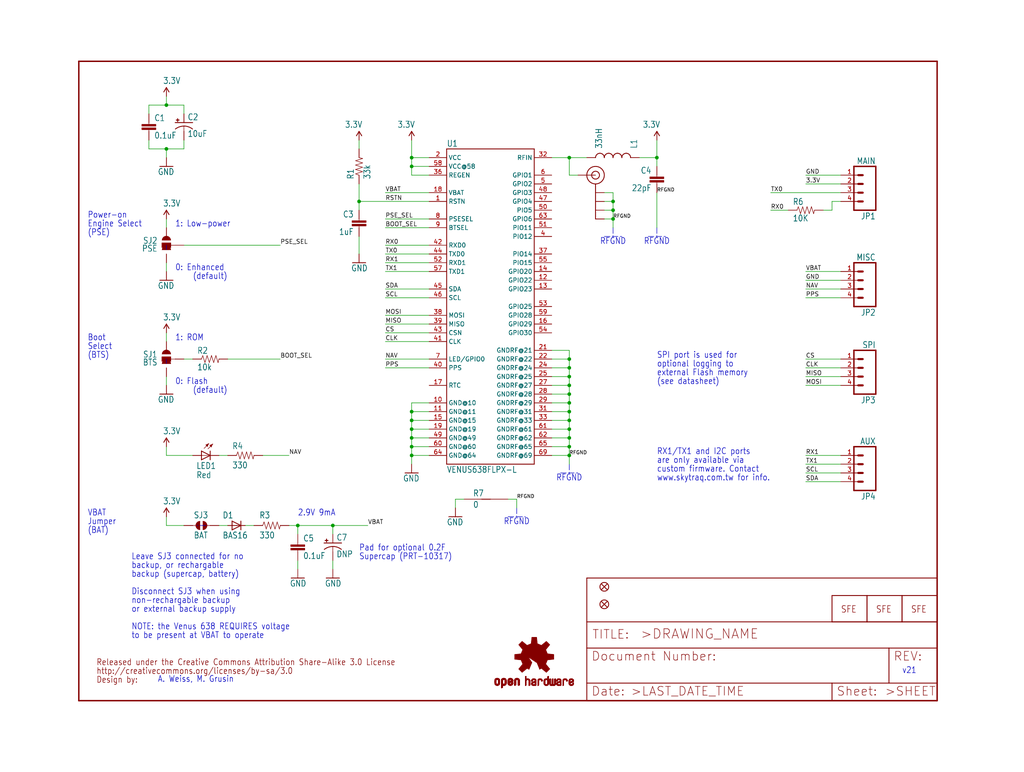
<source format=kicad_sch>
(kicad_sch (version 20211123) (generator eeschema)
  (paper "User" 297.002 223.926)
  (lib_symbols
    (symbol "eagleSchem-eagle-import:3.3V" (power)
      (property "Value" "3.3V" (at -1.016 3.556 0))
      (symbol "3.3V_1_0"
        (pin power_in line (at 0 0 90) (length 2.54) (name "3.3V") (number "1"))
      )
    )
    (symbol "eagleSchem-eagle-import:CAP0402-CAP"
      (property "Reference" "C" (at 1.524 2.921 0))
      (property "Value" "CAP0402-CAP" (at 1.524 -2.159 0))
      (symbol "CAP0402-CAP_1_0"
        (pin passive line (at 0 5.08 270) (length 2.54) (name "1") (number "1"))
        (pin passive line (at 0 -2.54 90) (length 2.54) (name "2") (number "2"))
      )
    )
    (symbol "eagleSchem-eagle-import:CAP_POL1206"
      (property "Reference" "C" (at 1.016 0.635 0))
      (property "Value" "CAP_POL1206" (at 1.016 -4.191 0))
      (symbol "CAP_POL1206_1_0"
        (pin passive line (at 0 2.54 270) (length 2.54) (name "+") (number "A"))
        (pin passive line (at 0 -5.08 90) (length 2.54) (name "-") (number "C"))
      )
    )
    (symbol "eagleSchem-eagle-import:CAP_POLEN_J2"
      (property "Reference" "C" (at 1.016 0.635 0))
      (property "Value" "CAP_POLEN_J2" (at 1.016 -4.191 0))
      (symbol "CAP_POLEN_J2_1_0"
        (pin passive line (at 0 2.54 270) (length 2.54) (name "+") (number "+"))
        (pin passive line (at 0 -5.08 90) (length 2.54) (name "-") (number "-"))
      )
    )
    (symbol "eagleSchem-eagle-import:CREATIVE_COMMONS"
      (symbol "CREATIVE_COMMONS_1_0"
        (text "Design by:" (at 0 0 0) (effects (font (size 1.778 1.5113)) (justify left bottom)))
        (text "http://creativecommons.org/licenses/by-sa/3.0" (at 0 2.54 0) (effects (font (size 1.778 1.5113)) (justify left bottom)))
        (text "Released under the Creative Commons Attribution Share-Alike 3.0 License" (at 0 5.08 0) (effects (font (size 1.778 1.5113)) (justify left bottom)))
      )
    )
    (symbol "eagleSchem-eagle-import:DIODESOD"
      (property "Reference" "D" (at 2.54 0.4826 0))
      (property "Value" "DIODESOD" (at 2.54 -2.3114 0))
      (symbol "DIODESOD_1_0"
        (pin passive line (at 2.54 0 180) (length 2.54) (name "C") (number "1"))
        (pin passive line (at -2.54 0 0) (length 2.54) (name "A") (number "2"))
      )
    )
    (symbol "eagleSchem-eagle-import:FIDUCIALUFIDUCIAL")
    (symbol "eagleSchem-eagle-import:FRAME-LETTER"
      (symbol "FRAME-LETTER_2_0"
        (text ">DRAWING_NAME" (at 15.494 17.78 0) (effects (font (size 2.7432 2.7432)) (justify left bottom)))
        (text ">LAST_DATE_TIME" (at 12.7 1.27 0) (effects (font (size 2.54 2.54)) (justify left bottom)))
        (text ">SHEET" (at 86.36 1.27 0) (effects (font (size 2.54 2.54)) (justify left bottom)))
        (text "Date:" (at 1.27 1.27 0) (effects (font (size 2.54 2.54)) (justify left bottom)))
        (text "Document Number:" (at 1.27 11.43 0) (effects (font (size 2.54 2.54)) (justify left bottom)))
        (text "REV:" (at 88.9 11.43 0) (effects (font (size 2.54 2.54)) (justify left bottom)))
        (text "Sheet:" (at 72.39 1.27 0) (effects (font (size 2.54 2.54)) (justify left bottom)))
        (text "TITLE:" (at 1.524 17.78 0) (effects (font (size 2.54 2.54)) (justify left bottom)))
      )
    )
    (symbol "eagleSchem-eagle-import:GND" (power)
      (property "Value" "GND" (at -2.54 -2.54 0))
      (symbol "GND_1_0"
        (pin power_in line (at 0 2.54 270) (length 2.54) (name "GND") (number "1"))
      )
    )
    (symbol "eagleSchem-eagle-import:GND-JUMP"
      (property "Reference" "R" (at 0 0.762 0))
      (property "Value" "GND-JUMP" (at 0 -2.54 0))
      (symbol "GND-JUMP_1_0"
        (pin bidirectional line (at -2.54 0 0) (length 5.08) (name "1") (number "1"))
        (pin bidirectional line (at 10.16 0 180) (length 5.08) (name "2") (number "2"))
      )
    )
    (symbol "eagleSchem-eagle-import:INDUCTOR0402"
      (property "Reference" "L" (at 2.54 5.08 0))
      (property "Value" "INDUCTOR0402" (at 2.54 -5.08 0))
      (symbol "INDUCTOR0402_1_0"
        (pin passive line (at 0 7.62 270) (length 2.54) (name "1") (number "1"))
        (pin passive line (at 0 -7.62 90) (length 2.54) (name "2") (number "2"))
      )
    )
    (symbol "eagleSchem-eagle-import:LED0603"
      (property "Reference" "LED" (at 3.556 -4.572 90))
      (property "Value" "LED0603" (at 5.715 -4.572 90))
      (symbol "LED0603_1_0"
        (pin passive line (at 0 2.54 270) (length 2.54) (name "A") (number "A"))
        (pin passive line (at 0 -5.08 90) (length 2.54) (name "C") (number "C"))
      )
    )
    (symbol "eagleSchem-eagle-import:LOGO-SFENW2"
      (symbol "LOGO-SFENW2_1_0"
        (text "SFE" (at 0 0 0) (effects (font (size 1.9304 1.6408)) (justify left bottom)))
      )
    )
    (symbol "eagleSchem-eagle-import:LOGO-SFESK"
      (symbol "LOGO-SFESK_1_0"
        (text "SFE" (at 0 0 0) (effects (font (size 1.9304 1.6408)) (justify left bottom)))
      )
    )
    (symbol "eagleSchem-eagle-import:M04PTH"
      (property "Reference" "JP" (at -5.08 8.382 0))
      (property "Value" "M04PTH" (at -5.08 -7.62 0))
      (symbol "M04PTH_1_0"
        (pin passive line (at 5.08 -2.54 180) (length 5.08) (name "1") (number "1"))
        (pin passive line (at 5.08 0 180) (length 5.08) (name "2") (number "2"))
        (pin passive line (at 5.08 2.54 180) (length 5.08) (name "3") (number "3"))
        (pin passive line (at 5.08 5.08 180) (length 5.08) (name "4") (number "4"))
      )
    )
    (symbol "eagleSchem-eagle-import:OSHW-LOGOS")
    (symbol "eagleSchem-eagle-import:RESISTOR0402-RES"
      (property "Reference" "R" (at -3.81 1.4986 0))
      (property "Value" "RESISTOR0402-RES" (at -3.81 -3.302 0))
      (symbol "RESISTOR0402-RES_1_0"
        (pin passive line (at -5.08 0 0) (length 2.54) (name "1") (number "1"))
        (pin passive line (at 5.08 0 180) (length 2.54) (name "2") (number "2"))
      )
    )
    (symbol "eagleSchem-eagle-import:SMA_EDGE"
      (symbol "SMA_EDGE_1_0"
        (pin bidirectional line (at -2.54 -5.08 0) (length 2.54) (name "GND@0") (number "GND@0"))
        (pin bidirectional line (at -2.54 -7.62 0) (length 2.54) (name "GND@1") (number "GND@1"))
        (pin bidirectional line (at -2.54 -10.16 0) (length 2.54) (name "GND@2") (number "GND@2"))
        (pin bidirectional line (at -2.54 -12.7 0) (length 2.54) (name "GND@3") (number "GND@3"))
        (pin bidirectional line (at 5.08 0 180) (length 5.08) (name "SIGNAL") (number "SIG"))
      )
    )
    (symbol "eagleSchem-eagle-import:SOLDERJUMPERNC"
      (property "Reference" "SJ" (at -2.54 2.54 0))
      (property "Value" "SOLDERJUMPERNC" (at -2.54 -5.08 0))
      (symbol "SOLDERJUMPERNC_1_0"
        (pin passive line (at -5.08 0 0) (length 2.54) (name "1") (number "1"))
        (pin passive line (at 5.08 0 180) (length 2.54) (name "2") (number "2"))
      )
    )
    (symbol "eagleSchem-eagle-import:SOLDERJUMPER_2WAYPASTE2&3"
      (property "Reference" "SJ" (at 2.54 0.381 0))
      (property "Value" "SOLDERJUMPER_2WAYPASTE2&3" (at 2.54 -1.905 0))
      (symbol "SOLDERJUMPER_2WAYPASTE2&3_1_0"
        (pin passive line (at 0 5.08 270) (length 2.54) (name "1") (number "1"))
        (pin passive line (at -5.08 0 0) (length 2.54) (name "2") (number "2"))
        (pin passive line (at 0 -5.08 90) (length 2.54) (name "3") (number "3"))
      )
    )
    (symbol "eagleSchem-eagle-import:VENUS638FLPX-L"
      (property "Reference" "U" (at -12.7 25.4 0))
      (property "Value" "VENUS638FLPX-L" (at -12.7 -71.12 0))
      (symbol "VENUS638FLPX-L_1_0"
        (pin bidirectional line (at -17.78 7.62 0) (length 5.08) (name "RSTN") (number "1"))
        (pin bidirectional line (at -17.78 -50.8 0) (length 5.08) (name "GND@10") (number "10"))
        (pin bidirectional line (at -17.78 -53.34 0) (length 5.08) (name "GND@11") (number "11"))
        (pin bidirectional line (at 17.78 -15.24 180) (length 5.08) (name "GPIO22") (number "12"))
        (pin bidirectional line (at 17.78 -17.78 180) (length 5.08) (name "GPIO23") (number "13"))
        (pin bidirectional line (at 17.78 -12.7 180) (length 5.08) (name "GPIO20") (number "14"))
        (pin bidirectional line (at -17.78 -55.88 0) (length 5.08) (name "GND@15") (number "15"))
        (pin bidirectional line (at 17.78 -27.94 180) (length 5.08) (name "GPIO29") (number "16"))
        (pin bidirectional line (at -17.78 -45.72 0) (length 5.08) (name "RTC") (number "17"))
        (pin bidirectional line (at -17.78 10.16 0) (length 5.08) (name "VBAT") (number "18"))
        (pin bidirectional line (at -17.78 -58.42 0) (length 5.08) (name "GND@19") (number "19"))
        (pin bidirectional line (at -17.78 20.32 0) (length 5.08) (name "VCC") (number "2"))
        (pin bidirectional line (at 17.78 -35.56 180) (length 5.08) (name "GNDRF@21") (number "21"))
        (pin bidirectional line (at 17.78 -38.1 180) (length 5.08) (name "GNDRF@22") (number "22"))
        (pin bidirectional line (at 17.78 -40.64 180) (length 5.08) (name "GNDRF@24") (number "24"))
        (pin bidirectional line (at 17.78 -43.18 180) (length 5.08) (name "GNDRF@25") (number "25"))
        (pin bidirectional line (at 17.78 -45.72 180) (length 5.08) (name "GNDRF@27") (number "27"))
        (pin bidirectional line (at 17.78 -48.26 180) (length 5.08) (name "GNDRF@28") (number "28"))
        (pin bidirectional line (at 17.78 -50.8 180) (length 5.08) (name "GNDRF@29") (number "29"))
        (pin bidirectional line (at 17.78 -53.34 180) (length 5.08) (name "GNDRF@31") (number "31"))
        (pin bidirectional line (at 17.78 20.32 180) (length 5.08) (name "RFIN") (number "32"))
        (pin bidirectional line (at 17.78 -55.88 180) (length 5.08) (name "GNDRF@33") (number "33"))
        (pin bidirectional line (at -17.78 15.24 0) (length 5.08) (name "REGEN") (number "36"))
        (pin bidirectional line (at 17.78 -7.62 180) (length 5.08) (name "PIO14") (number "37"))
        (pin bidirectional line (at -17.78 -25.4 0) (length 5.08) (name "MOSI") (number "38"))
        (pin bidirectional line (at -17.78 -27.94 0) (length 5.08) (name "MISO") (number "39"))
        (pin bidirectional line (at 17.78 -2.54 180) (length 5.08) (name "PIO12") (number "4"))
        (pin bidirectional line (at -17.78 -40.64 0) (length 5.08) (name "PPS") (number "40"))
        (pin bidirectional line (at -17.78 -33.02 0) (length 5.08) (name "CLK") (number "41"))
        (pin bidirectional line (at -17.78 -5.08 0) (length 5.08) (name "RXD0") (number "42"))
        (pin bidirectional line (at -17.78 -30.48 0) (length 5.08) (name "CSN") (number "43"))
        (pin bidirectional line (at -17.78 -7.62 0) (length 5.08) (name "TXD0") (number "44"))
        (pin bidirectional line (at -17.78 -17.78 0) (length 5.08) (name "SDA") (number "45"))
        (pin bidirectional line (at -17.78 -20.32 0) (length 5.08) (name "SCL") (number "46"))
        (pin bidirectional line (at 17.78 7.62 180) (length 5.08) (name "GPIO4") (number "47"))
        (pin bidirectional line (at 17.78 10.16 180) (length 5.08) (name "GPIO3") (number "48"))
        (pin bidirectional line (at -17.78 -60.96 0) (length 5.08) (name "GND@49") (number "49"))
        (pin bidirectional line (at 17.78 12.7 180) (length 5.08) (name "GPIO2") (number "5"))
        (pin bidirectional line (at 17.78 5.08 180) (length 5.08) (name "PIO5") (number "50"))
        (pin bidirectional line (at 17.78 0 180) (length 5.08) (name "PIO11") (number "51"))
        (pin bidirectional line (at -17.78 -10.16 0) (length 5.08) (name "RXD1") (number "52"))
        (pin bidirectional line (at 17.78 -22.86 180) (length 5.08) (name "GPIO25") (number "53"))
        (pin bidirectional line (at 17.78 -30.48 180) (length 5.08) (name "GPIO30") (number "54"))
        (pin bidirectional line (at 17.78 -10.16 180) (length 5.08) (name "PIO15") (number "55"))
        (pin bidirectional line (at -17.78 -12.7 0) (length 5.08) (name "TXD1") (number "57"))
        (pin bidirectional line (at -17.78 17.78 0) (length 5.08) (name "VCC@58") (number "58"))
        (pin bidirectional line (at 17.78 -25.4 180) (length 5.08) (name "GPIO28") (number "59"))
        (pin bidirectional line (at 17.78 15.24 180) (length 5.08) (name "GPIO1") (number "6"))
        (pin bidirectional line (at -17.78 -63.5 0) (length 5.08) (name "GND@60") (number "60"))
        (pin bidirectional line (at 17.78 -58.42 180) (length 5.08) (name "GNDRF@61") (number "61"))
        (pin bidirectional line (at 17.78 -60.96 180) (length 5.08) (name "GNDRF@62") (number "62"))
        (pin bidirectional line (at 17.78 2.54 180) (length 5.08) (name "GPIO6") (number "63"))
        (pin bidirectional line (at -17.78 -66.04 0) (length 5.08) (name "GND@64") (number "64"))
        (pin bidirectional line (at 17.78 -63.5 180) (length 5.08) (name "GNDRF@65") (number "65"))
        (pin bidirectional line (at 17.78 -66.04 180) (length 5.08) (name "GNDRF@69") (number "69"))
        (pin bidirectional line (at -17.78 -38.1 0) (length 5.08) (name "LED/GPIO0") (number "7"))
        (pin bidirectional line (at -17.78 2.54 0) (length 5.08) (name "PSESEL") (number "8"))
        (pin bidirectional line (at -17.78 0 0) (length 5.08) (name "BTSEL") (number "9"))
      )
    )
  )
  (junction (at 165.1 119.38))
  (junction (at 165.1 132.08))
  (junction (at 119.38 119.38))
  (junction (at 165.1 116.84))
  (junction (at 165.1 124.46))
  (junction (at 165.1 106.68))
  (junction (at 165.1 111.76))
  (junction (at 119.38 48.26))
  (junction (at 165.1 121.92))
  (junction (at 119.38 121.92))
  (junction (at 119.38 129.54))
  (junction (at 48.26 43.18))
  (junction (at 165.1 45.72))
  (junction (at 165.1 127))
  (junction (at 177.8 60.96))
  (junction (at 48.26 30.48))
  (junction (at 165.1 109.22))
  (junction (at 177.8 63.5))
  (junction (at 177.8 58.42))
  (junction (at 119.38 124.46))
  (junction (at 96.52 152.4))
  (junction (at 86.36 152.4))
  (junction (at 165.1 114.3))
  (junction (at 104.14 58.42))
  (junction (at 119.38 45.72))
  (junction (at 165.1 129.54))
  (junction (at 119.38 127))
  (junction (at 190.5 45.72))
  (junction (at 165.1 104.14))
  (junction (at 119.38 132.08))
  (polyline (pts (xy 187.96 68.58) (xy 193.04 68.58)))
  (wire (pts (xy 119.38 45.72) (xy 119.38 40.64)))
  (wire (pts (xy 111.76 55.88) (xy 124.46 55.88)))
  (wire (pts (xy 53.34 104.14) (xy 55.88 104.14)))
  (wire (pts (xy 165.1 121.92) (xy 165.1 124.46)))
  (wire (pts (xy 83.82 152.4) (xy 86.36 152.4)))
  (wire (pts (xy 111.76 96.52) (xy 124.46 96.52)))
  (wire (pts (xy 170.18 45.72) (xy 165.1 45.72)))
  (wire (pts (xy 48.26 111.76) (xy 48.26 109.22)))
  (wire (pts (xy 223.52 55.88) (xy 243.84 55.88)))
  (wire (pts (xy 111.76 66.04) (xy 124.46 66.04)))
  (wire (pts (xy 66.04 104.14) (xy 81.28 104.14)))
  (wire (pts (xy 104.14 43.18) (xy 104.14 40.64)))
  (wire (pts (xy 66.04 152.4) (xy 63.5 152.4)))
  (wire (pts (xy 119.38 45.72) (xy 124.46 45.72)))
  (wire (pts (xy 124.46 116.84) (xy 119.38 116.84)))
  (wire (pts (xy 119.38 116.84) (xy 119.38 119.38)))
  (wire (pts (xy 228.6 60.96) (xy 223.52 60.96)))
  (wire (pts (xy 48.26 129.54) (xy 48.26 132.08)))
  (wire (pts (xy 119.38 50.8) (xy 119.38 48.26)))
  (wire (pts (xy 124.46 127) (xy 119.38 127)))
  (wire (pts (xy 177.8 58.42) (xy 177.8 60.96)))
  (wire (pts (xy 124.46 83.82) (xy 111.76 83.82)))
  (wire (pts (xy 124.46 121.92) (xy 119.38 121.92)))
  (wire (pts (xy 111.76 106.68) (xy 124.46 106.68)))
  (wire (pts (xy 63.5 132.08) (xy 66.04 132.08)))
  (wire (pts (xy 48.26 45.72) (xy 48.26 43.18)))
  (wire (pts (xy 241.3 60.96) (xy 238.76 60.96)))
  (wire (pts (xy 165.1 104.14) (xy 165.1 106.68)))
  (wire (pts (xy 160.02 114.3) (xy 165.1 114.3)))
  (wire (pts (xy 167.64 50.8) (xy 165.1 50.8)))
  (wire (pts (xy 53.34 30.48) (xy 53.34 33.02)))
  (wire (pts (xy 243.84 86.36) (xy 233.68 86.36)))
  (wire (pts (xy 111.76 91.44) (xy 124.46 91.44)))
  (wire (pts (xy 119.38 127) (xy 119.38 129.54)))
  (wire (pts (xy 165.1 132.08) (xy 165.1 134.62)))
  (wire (pts (xy 48.26 132.08) (xy 55.88 132.08)))
  (wire (pts (xy 160.02 121.92) (xy 165.1 121.92)))
  (wire (pts (xy 43.18 43.18) (xy 48.26 43.18)))
  (wire (pts (xy 48.26 76.2) (xy 48.26 78.74)))
  (wire (pts (xy 165.1 106.68) (xy 165.1 109.22)))
  (wire (pts (xy 241.3 58.42) (xy 241.3 60.96)))
  (wire (pts (xy 165.1 50.8) (xy 165.1 45.72)))
  (wire (pts (xy 243.84 53.34) (xy 233.68 53.34)))
  (wire (pts (xy 160.02 106.68) (xy 165.1 106.68)))
  (wire (pts (xy 165.1 114.3) (xy 165.1 116.84)))
  (wire (pts (xy 124.46 78.74) (xy 111.76 78.74)))
  (wire (pts (xy 48.26 66.04) (xy 48.26 63.5)))
  (wire (pts (xy 124.46 132.08) (xy 119.38 132.08)))
  (wire (pts (xy 48.26 30.48) (xy 53.34 30.48)))
  (wire (pts (xy 243.84 104.14) (xy 233.68 104.14)))
  (wire (pts (xy 86.36 162.56) (xy 86.36 165.1)))
  (wire (pts (xy 160.02 116.84) (xy 165.1 116.84)))
  (wire (pts (xy 96.52 162.56) (xy 96.52 165.1)))
  (wire (pts (xy 160.02 124.46) (xy 165.1 124.46)))
  (wire (pts (xy 243.84 139.7) (xy 233.68 139.7)))
  (wire (pts (xy 124.46 124.46) (xy 119.38 124.46)))
  (wire (pts (xy 160.02 132.08) (xy 165.1 132.08)))
  (wire (pts (xy 243.84 109.22) (xy 233.68 109.22)))
  (wire (pts (xy 111.76 99.06) (xy 124.46 99.06)))
  (wire (pts (xy 165.1 119.38) (xy 165.1 121.92)))
  (wire (pts (xy 124.46 119.38) (xy 119.38 119.38)))
  (wire (pts (xy 53.34 43.18) (xy 53.34 40.64)))
  (wire (pts (xy 73.66 152.4) (xy 71.12 152.4)))
  (wire (pts (xy 175.26 55.88) (xy 177.8 55.88)))
  (polyline (pts (xy 149.86 149.86) (xy 152.4 149.86)))
  (wire (pts (xy 48.26 27.94) (xy 48.26 30.48)))
  (wire (pts (xy 177.8 55.88) (xy 177.8 58.42)))
  (wire (pts (xy 124.46 129.54) (xy 119.38 129.54)))
  (wire (pts (xy 111.76 73.66) (xy 124.46 73.66)))
  (wire (pts (xy 190.5 55.88) (xy 190.5 66.04)))
  (wire (pts (xy 160.02 111.76) (xy 165.1 111.76)))
  (polyline (pts (xy 48.26 104.14) (xy 48.26 105.41)))
  (wire (pts (xy 104.14 68.58) (xy 104.14 73.66)))
  (wire (pts (xy 175.26 58.42) (xy 177.8 58.42)))
  (wire (pts (xy 165.1 109.22) (xy 160.02 109.22)))
  (wire (pts (xy 124.46 76.2) (xy 111.76 76.2)))
  (wire (pts (xy 165.1 45.72) (xy 160.02 45.72)))
  (wire (pts (xy 104.14 58.42) (xy 104.14 60.96)))
  (wire (pts (xy 165.1 124.46) (xy 165.1 127)))
  (wire (pts (xy 48.26 43.18) (xy 53.34 43.18)))
  (wire (pts (xy 132.08 147.32) (xy 132.08 144.78)))
  (wire (pts (xy 160.02 101.6) (xy 165.1 101.6)))
  (wire (pts (xy 190.5 40.64) (xy 190.5 45.72)))
  (polyline (pts (xy 162.56 137.16) (xy 167.64 137.16)))
  (wire (pts (xy 177.8 63.5) (xy 177.8 66.04)))
  (wire (pts (xy 48.26 99.06) (xy 48.26 96.52)))
  (wire (pts (xy 124.46 50.8) (xy 119.38 50.8)))
  (polyline (pts (xy 48.26 71.12) (xy 48.26 72.39)))
  (wire (pts (xy 147.32 144.78) (xy 149.86 144.78)))
  (wire (pts (xy 48.26 152.4) (xy 53.34 152.4)))
  (wire (pts (xy 243.84 78.74) (xy 233.68 78.74)))
  (wire (pts (xy 53.34 71.12) (xy 81.28 71.12)))
  (wire (pts (xy 243.84 58.42) (xy 241.3 58.42)))
  (wire (pts (xy 149.86 144.78) (xy 149.86 147.32)))
  (wire (pts (xy 104.14 58.42) (xy 104.14 53.34)))
  (polyline (pts (xy 165.1 134.62) (xy 165.1 137.16)))
  (wire (pts (xy 48.26 149.86) (xy 48.26 152.4)))
  (wire (pts (xy 119.38 129.54) (xy 119.38 132.08)))
  (wire (pts (xy 175.26 63.5) (xy 177.8 63.5)))
  (wire (pts (xy 96.52 152.4) (xy 106.68 152.4)))
  (polyline (pts (xy 59.69 152.4) (xy 57.15 152.4)))
  (wire (pts (xy 175.26 60.96) (xy 177.8 60.96)))
  (wire (pts (xy 124.46 86.36) (xy 111.76 86.36)))
  (wire (pts (xy 165.1 111.76) (xy 165.1 114.3)))
  (wire (pts (xy 243.84 106.68) (xy 233.68 106.68)))
  (wire (pts (xy 165.1 129.54) (xy 165.1 132.08)))
  (wire (pts (xy 243.84 111.76) (xy 233.68 111.76)))
  (wire (pts (xy 243.84 132.08) (xy 233.68 132.08)))
  (wire (pts (xy 119.38 132.08) (xy 119.38 134.62)))
  (wire (pts (xy 165.1 116.84) (xy 165.1 119.38)))
  (polyline (pts (xy 177.8 66.04) (xy 177.8 68.58)))
  (wire (pts (xy 165.1 127) (xy 165.1 129.54)))
  (wire (pts (xy 177.8 60.96) (xy 177.8 63.5)))
  (polyline (pts (xy 175.26 68.58) (xy 180.34 68.58)))
  (wire (pts (xy 43.18 33.02) (xy 43.18 30.48)))
  (wire (pts (xy 243.84 137.16) (xy 233.68 137.16)))
  (wire (pts (xy 160.02 127) (xy 165.1 127)))
  (wire (pts (xy 43.18 40.64) (xy 43.18 43.18)))
  (wire (pts (xy 124.46 63.5) (xy 111.76 63.5)))
  (wire (pts (xy 111.76 93.98) (xy 124.46 93.98)))
  (wire (pts (xy 243.84 83.82) (xy 233.68 83.82)))
  (wire (pts (xy 119.38 124.46) (xy 119.38 127)))
  (wire (pts (xy 132.08 144.78) (xy 134.62 144.78)))
  (wire (pts (xy 243.84 81.28) (xy 233.68 81.28)))
  (wire (pts (xy 104.14 58.42) (xy 124.46 58.42)))
  (wire (pts (xy 119.38 45.72) (xy 119.38 48.26)))
  (wire (pts (xy 190.5 45.72) (xy 190.5 48.26)))
  (wire (pts (xy 111.76 71.12) (xy 124.46 71.12)))
  (wire (pts (xy 160.02 119.38) (xy 165.1 119.38)))
  (wire (pts (xy 86.36 154.94) (xy 86.36 152.4)))
  (wire (pts (xy 86.36 152.4) (xy 96.52 152.4)))
  (wire (pts (xy 119.38 48.26) (xy 124.46 48.26)))
  (wire (pts (xy 160.02 129.54) (xy 165.1 129.54)))
  (wire (pts (xy 165.1 104.14) (xy 160.02 104.14)))
  (wire (pts (xy 111.76 104.14) (xy 124.46 104.14)))
  (wire (pts (xy 185.42 45.72) (xy 190.5 45.72)))
  (wire (pts (xy 43.18 30.48) (xy 48.26 30.48)))
  (wire (pts (xy 165.1 109.22) (xy 165.1 111.76)))
  (polyline (pts (xy 190.5 66.04) (xy 190.5 68.58)))
  (polyline (pts (xy 147.32 149.86) (xy 149.86 149.86)))
  (wire (pts (xy 243.84 134.62) (xy 233.68 134.62)))
  (wire (pts (xy 243.84 50.8) (xy 233.68 50.8)))
  (wire (pts (xy 165.1 101.6) (xy 165.1 104.14)))
  (wire (pts (xy 83.82 132.08) (xy 76.2 132.08)))
  (polyline (pts (xy 149.86 147.32) (xy 149.86 149.86)))
  (wire (pts (xy 119.38 121.92) (xy 119.38 124.46)))
  (wire (pts (xy 119.38 119.38) (xy 119.38 121.92)))
  (wire (pts (xy 96.52 154.94) (xy 96.52 152.4)))
  (text "1: Low-power" (at 50.8 66.04 180) (effects (font (size 1.778 1.5113)) (justify left bottom)))
  (text "Disconnect SJ3 when using" (at 38.1 172.72 180) (effects (font (size 1.778 1.5113)) (justify left bottom)))
  (text "A. Weiss, M. Grusin" (at 45.72 198.12 180) (effects (font (size 1.778 1.5113)) (justify left bottom)))
  (text "Engine Select" (at 25.4 66.04 180) (effects (font (size 1.778 1.5113)) (justify left bottom)))
  (text "backup (supercap, battery)" (at 38.1 167.64 180) (effects (font (size 1.778 1.5113)) (justify left bottom)))
  (text "Power-on" (at 25.4 63.5 180) (effects (font (size 1.778 1.5113)) (justify left bottom)))
  (text "0: Flash" (at 50.8 111.76 180) (effects (font (size 1.778 1.5113)) (justify left bottom)))
  (text "NOTE: the Venus 638 REQUIRES voltage" (at 38.1 182.88 180) (effects (font (size 1.778 1.5113)) (justify left bottom)))
  (text "RFGND" (at 173.99 71.12 180) (effects (font (size 1.778 1.5113)) (justify left bottom)))
  (text "or external backup supply" (at 38.1 177.8 180) (effects (font (size 1.778 1.5113)) (justify left bottom)))
  (text "Jumper" (at 25.4 152.4 180) (effects (font (size 1.778 1.5113)) (justify left bottom)))
  (text "0: Enhanced" (at 50.8 78.74 180) (effects (font (size 1.778 1.5113)) (justify left bottom)))
  (text "RFGND" (at 146.05 152.4 180) (effects (font (size 1.778 1.5113)) (justify left bottom)))
  (text "(BTS)" (at 25.4 104.14 180) (effects (font (size 1.778 1.5113)) (justify left bottom)))
  (text "Supercap (PRT-10317)" (at 104.14 162.56 180) (effects (font (size 1.778 1.5113)) (justify left bottom)))
  (text "RX1/TX1 and I2C ports" (at 190.5 132.08 180) (effects (font (size 1.778 1.5113)) (justify left bottom)))
  (text "RFGND" (at 161.29 139.7 180) (effects (font (size 1.778 1.5113)) (justify left bottom)))
  (text "custom firmware. Contact" (at 190.5 137.16 180) (effects (font (size 1.778 1.5113)) (justify left bottom)))
  (text "(PSE)" (at 25.4 68.58 180) (effects (font (size 1.778 1.5113)) (justify left bottom)))
  (text "VBAT" (at 25.4 149.86 180) (effects (font (size 1.778 1.5113)) (justify left bottom)))
  (text "(BAT)" (at 25.4 154.94 180) (effects (font (size 1.778 1.5113)) (justify left bottom)))
  (text "(see datasheet)" (at 190.5 111.76 180) (effects (font (size 1.778 1.5113)) (justify left bottom)))
  (text "external Flash memory" (at 190.5 109.22 180) (effects (font (size 1.778 1.5113)) (justify left bottom)))
  (text "optional logging to" (at 190.5 106.68 180) (effects (font (size 1.778 1.5113)) (justify left bottom)))
  (text "Select" (at 25.4 101.6 180) (effects (font (size 1.778 1.5113)) (justify left bottom)))
  (text "(default)" (at 55.88 81.28 180) (effects (font (size 1.778 1.5113)) (justify left bottom)))
  (text "are only available via" (at 190.5 134.62 180) (effects (font (size 1.778 1.5113)) (justify left bottom)))
  (text "1: ROM" (at 50.8 99.06 180) (effects (font (size 1.778 1.5113)) (justify left bottom)))
  (text "backup, or rechargable" (at 38.1 165.1 180) (effects (font (size 1.778 1.5113)) (justify left bottom)))
  (text "www.skytraq.com.tw for info." (at 190.5 139.7 180) (effects (font (size 1.778 1.5113)) (justify left bottom)))
  (text "v21" (at 261.62 195.58 180) (effects (font (size 1.778 1.5113)) (justify left bottom)))
  (text "Boot" (at 25.4 99.06 180) (effects (font (size 1.778 1.5113)) (justify left bottom)))
  (text "(default)" (at 55.88 114.3 180) (effects (font (size 1.778 1.5113)) (justify left bottom)))
  (text "RFGND" (at 186.69 71.12 180) (effects (font (size 1.778 1.5113)) (justify left bottom)))
  (text "SPI port is used for" (at 190.5 104.14 180) (effects (font (size 1.778 1.5113)) (justify left bottom)))
  (text "non-rechargable backup" (at 38.1 175.26 180) (effects (font (size 1.778 1.5113)) (justify left bottom)))
  (text "2.9V 9mA" (at 86.36 149.86 180) (effects (font (size 1.778 1.5113)) (justify left bottom)))
  (text "to be present at VBAT to operate" (at 38.1 185.42 180) (effects (font (size 1.778 1.5113)) (justify left bottom)))
  (text "Leave SJ3 connected for no" (at 38.1 162.56 180) (effects (font (size 1.778 1.5113)) (justify left bottom)))
  (text "Pad for optional 0.2F" (at 104.14 160.02 180) (effects (font (size 1.778 1.5113)) (justify left bottom)))
  (label "PPS" (at 233.68 86.36 0) (effects (font (size 1.2446 1.2446))))
  (label "TX0" (at 111.76 73.66 0) (effects (font (size 1.2446 1.2446))))
  (label "RFGND" (at 165.1 132.08 0) (effects (font (size 1.016 1.016))))
  (label "RX1" (at 233.68 132.08 0) (effects (font (size 1.2446 1.2446))))
  (label "MISO" (at 111.76 93.98 0) (effects (font (size 1.2446 1.2446))))
  (label "MOSI" (at 111.76 91.44 0) (effects (font (size 1.2446 1.2446))))
  (label "RFGND" (at 190.5 55.88 0) (effects (font (size 1.016 1.016))))
  (label "CLK" (at 233.68 106.68 0) (effects (font (size 1.2446 1.2446))))
  (label "RX0" (at 223.52 60.96 0) (effects (font (size 1.2446 1.2446))))
  (label "BOOT_SEL" (at 111.76 66.04 0) (effects (font (size 1.2446 1.2446))))
  (label "SDA" (at 233.68 139.7 0) (effects (font (size 1.2446 1.2446))))
  (label "SDA" (at 111.76 83.82 0) (effects (font (size 1.2446 1.2446))))
  (label "PSE_SEL" (at 111.76 63.5 0) (effects (font (size 1.2446 1.2446))))
  (label "RFGND" (at 149.86 144.78 0) (effects (font (size 1.016 1.016))))
  (label "TX1" (at 111.76 78.74 0) (effects (font (size 1.2446 1.2446))))
  (label "PPS" (at 111.76 106.68 0) (effects (font (size 1.2446 1.2446))))
  (label "NAV" (at 233.68 83.82 0) (effects (font (size 1.2446 1.2446))))
  (label "CS" (at 111.76 96.52 0) (effects (font (size 1.2446 1.2446))))
  (label "VBAT" (at 106.68 152.4 0) (effects (font (size 1.2446 1.2446))))
  (label "VBAT" (at 111.76 55.88 0) (effects (font (size 1.2446 1.2446))))
  (label "MISO" (at 233.68 109.22 0) (effects (font (size 1.2446 1.2446))))
  (label "RSTN" (at 111.76 58.42 0) (effects (font (size 1.2446 1.2446))))
  (label "3.3V" (at 233.68 53.34 0) (effects (font (size 1.2446 1.2446))))
  (label "RX0" (at 111.76 71.12 0) (effects (font (size 1.2446 1.2446))))
  (label "TX1" (at 233.68 134.62 0) (effects (font (size 1.2446 1.2446))))
  (label "NAV" (at 83.82 132.08 0) (effects (font (size 1.2446 1.2446))))
  (label "NAV" (at 111.76 104.14 0) (effects (font (size 1.2446 1.2446))))
  (label "GND" (at 233.68 50.8 0) (effects (font (size 1.2446 1.2446))))
  (label "GND" (at 233.68 81.28 0) (effects (font (size 1.2446 1.2446))))
  (label "SCL" (at 111.76 86.36 0) (effects (font (size 1.2446 1.2446))))
  (label "MOSI" (at 233.68 111.76 0) (effects (font (size 1.2446 1.2446))))
  (label "RX1" (at 111.76 76.2 0) (effects (font (size 1.2446 1.2446))))
  (label "RFGND" (at 177.8 63.5 0) (effects (font (size 1.016 1.016))))
  (label "CLK" (at 111.76 99.06 0) (effects (font (size 1.2446 1.2446))))
  (label "BOOT_SEL" (at 81.28 104.14 0) (effects (font (size 1.2446 1.2446))))
  (label "VBAT" (at 233.68 78.74 0) (effects (font (size 1.2446 1.2446))))
  (label "SCL" (at 233.68 137.16 0) (effects (font (size 1.2446 1.2446))))
  (label "TX0" (at 223.52 55.88 0) (effects (font (size 1.2446 1.2446))))
  (label "PSE_SEL" (at 81.28 71.12 0) (effects (font (size 1.2446 1.2446))))
  (label "CS" (at 233.68 104.14 0) (effects (font (size 1.2446 1.2446))))
  (symbol (lib_id "eagleSchem-eagle-import:LOGO-SFENW2") (at 264.16 177.8 0) (unit 1)
    (property "Reference" "LOGO3" (effects hide))
    (property "Value" "LOGO-SFENW2" (effects hide))
    (property "Footprint" "eagleSchem:SFE-NEW-WEB" (effects hide))
  )
  (symbol (lib_id "eagleSchem-eagle-import:SMA_EDGE") (at 172.72 50.8 0) (mirror y) (unit 1)
    (property "Reference" "JP5" (effects hide))
    (property "Value" "SMA_EDGE" (effects hide))
    (property "Footprint" "eagleSchem:SMA-EDGE" (effects hide))
  )
  (symbol (lib_id "eagleSchem-eagle-import:DIODESOD") (at 68.58 152.4 0) (unit 1)
    (property "Reference" "D1" (at 64.516 150.3934 0) (effects (font (size 1.778 1.5113)) (justify left bottom)))
    (property "Value" "BAS16" (at 64.516 156.2354 0) (effects (font (size 1.778 1.5113)) (justify left bottom)))
    (property "Footprint" "eagleSchem:SOD-323" (effects hide))
  )
  (symbol (lib_id "eagleSchem-eagle-import:GND") (at 48.26 81.28 0) (unit 1)
    (property "Reference" "#GND3" (effects hide))
    (property "Value" "GND" (at 45.72 83.82 0) (effects (font (size 1.778 1.5113)) (justify left bottom)))
    (property "Footprint" "eagleSchem:" (effects hide))
  )
  (symbol (lib_id "eagleSchem-eagle-import:M04PTH") (at 248.92 106.68 180) (unit 1)
    (property "Reference" "JP3" (at 254 115.062 0) (effects (font (size 1.778 1.5113)) (justify left bottom)))
    (property "Value" "SPI" (at 254 99.06 0) (effects (font (size 1.778 1.5113)) (justify left bottom)))
    (property "Footprint" "eagleSchem:1X04" (effects hide))
  )
  (symbol (lib_id "eagleSchem-eagle-import:CAP0402-CAP") (at 43.18 38.1 0) (unit 1)
    (property "Reference" "C1" (at 44.704 35.179 0) (effects (font (size 1.778 1.5113)) (justify left bottom)))
    (property "Value" "0.1uF" (at 44.704 40.259 0) (effects (font (size 1.778 1.5113)) (justify left bottom)))
    (property "Footprint" "eagleSchem:0402-CAP" (effects hide))
  )
  (symbol (lib_id "eagleSchem-eagle-import:3.3V") (at 48.26 63.5 0) (unit 1)
    (property "Reference" "#P+6" (effects hide))
    (property "Value" "3.3V" (at 47.244 59.944 0) (effects (font (size 1.778 1.5113)) (justify left bottom)))
    (property "Footprint" "eagleSchem:" (effects hide))
  )
  (symbol (lib_id "eagleSchem-eagle-import:LED0603") (at 58.42 132.08 90) (mirror x) (unit 1)
    (property "Reference" "LED1" (at 56.896 134.112 90) (effects (font (size 1.778 1.5113)) (justify right top)))
    (property "Value" "Red" (at 56.896 136.779 90) (effects (font (size 1.778 1.5113)) (justify right top)))
    (property "Footprint" "eagleSchem:LED-0603" (effects hide))
  )
  (symbol (lib_id "eagleSchem-eagle-import:GND") (at 104.14 76.2 0) (mirror y) (unit 1)
    (property "Reference" "#GND6" (effects hide))
    (property "Value" "GND" (at 106.68 78.74 0) (effects (font (size 1.778 1.5113)) (justify left bottom)))
    (property "Footprint" "eagleSchem:" (effects hide))
  )
  (symbol (lib_id "eagleSchem-eagle-import:INDUCTOR0402") (at 177.8 45.72 270) (mirror x) (unit 1)
    (property "Reference" "L1" (at 182.88 43.18 0) (effects (font (size 1.778 1.5113)) (justify left bottom)))
    (property "Value" "33nH" (at 172.72 43.18 0) (effects (font (size 1.778 1.5113)) (justify left bottom)))
    (property "Footprint" "eagleSchem:C0402" (effects hide))
  )
  (symbol (lib_id "eagleSchem-eagle-import:3.3V") (at 48.26 129.54 0) (unit 1)
    (property "Reference" "#P+2" (effects hide))
    (property "Value" "3.3V" (at 47.244 125.984 0) (effects (font (size 1.778 1.5113)) (justify left bottom)))
    (property "Footprint" "eagleSchem:" (effects hide))
  )
  (symbol (lib_id "eagleSchem-eagle-import:RESISTOR0402-RES") (at 104.14 48.26 90) (unit 1)
    (property "Reference" "R1" (at 102.6414 52.07 0) (effects (font (size 1.778 1.5113)) (justify left bottom)))
    (property "Value" "33k" (at 107.442 52.07 0) (effects (font (size 1.778 1.5113)) (justify left bottom)))
    (property "Footprint" "eagleSchem:0402-RES" (effects hide))
  )
  (symbol (lib_id "eagleSchem-eagle-import:RESISTOR0402-RES") (at 60.96 104.14 0) (unit 1)
    (property "Reference" "R2" (at 57.15 102.6414 0) (effects (font (size 1.778 1.5113)) (justify left bottom)))
    (property "Value" "10k" (at 57.15 107.442 0) (effects (font (size 1.778 1.5113)) (justify left bottom)))
    (property "Footprint" "eagleSchem:0402-RES" (effects hide))
  )
  (symbol (lib_id "eagleSchem-eagle-import:LOGO-SFESK") (at 254 177.8 0) (unit 1)
    (property "Reference" "LOGO2" (effects hide))
    (property "Value" "LOGO-SFESK" (effects hide))
    (property "Footprint" "eagleSchem:SFE-LOGO-FLAME" (effects hide))
  )
  (symbol (lib_id "eagleSchem-eagle-import:3.3V") (at 104.14 40.64 0) (mirror y) (unit 1)
    (property "Reference" "#P+4" (effects hide))
    (property "Value" "3.3V" (at 105.156 37.084 0) (effects (font (size 1.778 1.5113)) (justify left bottom)))
    (property "Footprint" "eagleSchem:" (effects hide))
  )
  (symbol (lib_id "eagleSchem-eagle-import:CAP0402-CAP") (at 190.5 53.34 0) (mirror y) (unit 1)
    (property "Reference" "C4" (at 188.976 50.419 0) (effects (font (size 1.778 1.5113)) (justify left bottom)))
    (property "Value" "22pF" (at 188.976 55.499 0) (effects (font (size 1.778 1.5113)) (justify left bottom)))
    (property "Footprint" "eagleSchem:0402-CAP" (effects hide))
  )
  (symbol (lib_id "eagleSchem-eagle-import:SOLDERJUMPERNC") (at 58.42 152.4 0) (unit 1)
    (property "Reference" "SJ3" (at 56.134 150.368 0) (effects (font (size 1.778 1.5113)) (justify left bottom)))
    (property "Value" "BAT" (at 56.134 156.21 0) (effects (font (size 1.778 1.5113)) (justify left bottom)))
    (property "Footprint" "eagleSchem:SJ_2S" (effects hide))
  )
  (symbol (lib_id "eagleSchem-eagle-import:GND") (at 132.08 149.86 0) (unit 1)
    (property "Reference" "#GND2" (effects hide))
    (property "Value" "GND" (at 129.54 152.4 0) (effects (font (size 1.778 1.5113)) (justify left bottom)))
    (property "Footprint" "eagleSchem:" (effects hide))
  )
  (symbol (lib_id "eagleSchem-eagle-import:M04PTH") (at 248.92 81.28 180) (unit 1)
    (property "Reference" "JP2" (at 254 89.662 0) (effects (font (size 1.778 1.5113)) (justify left bottom)))
    (property "Value" "MISC" (at 254 73.66 0) (effects (font (size 1.778 1.5113)) (justify left bottom)))
    (property "Footprint" "eagleSchem:1X04" (effects hide))
  )
  (symbol (lib_id "eagleSchem-eagle-import:3.3V") (at 190.5 40.64 0) (mirror y) (unit 1)
    (property "Reference" "#P+7" (effects hide))
    (property "Value" "3.3V" (at 191.516 37.084 0) (effects (font (size 1.778 1.5113)) (justify left bottom)))
    (property "Footprint" "eagleSchem:" (effects hide))
  )
  (symbol (lib_id "eagleSchem-eagle-import:CAP0402-CAP") (at 104.14 66.04 0) (mirror y) (unit 1)
    (property "Reference" "C3" (at 102.616 63.119 0) (effects (font (size 1.778 1.5113)) (justify left bottom)))
    (property "Value" "1uF" (at 102.616 68.199 0) (effects (font (size 1.778 1.5113)) (justify left bottom)))
    (property "Footprint" "eagleSchem:0402-CAP" (effects hide))
  )
  (symbol (lib_id "eagleSchem-eagle-import:RESISTOR0402-RES") (at 71.12 132.08 0) (unit 1)
    (property "Reference" "R4" (at 67.31 130.3274 0) (effects (font (size 1.778 1.5113)) (justify left bottom)))
    (property "Value" "330" (at 67.31 135.89 0) (effects (font (size 1.778 1.5113)) (justify left bottom)))
    (property "Footprint" "eagleSchem:0402-RES" (effects hide))
  )
  (symbol (lib_id "eagleSchem-eagle-import:FRAME-LETTER") (at 170.18 203.2 0) (unit 2)
    (property "Reference" "#FRAME1" (effects hide))
    (property "Value" "FRAME-LETTER" (effects hide))
    (property "Footprint" "eagleSchem:" (effects hide))
  )
  (symbol (lib_id "eagleSchem-eagle-import:GND") (at 119.38 137.16 0) (unit 1)
    (property "Reference" "#GND1" (effects hide))
    (property "Value" "GND" (at 116.84 139.7 0) (effects (font (size 1.778 1.5113)) (justify left bottom)))
    (property "Footprint" "eagleSchem:" (effects hide))
  )
  (symbol (lib_id "eagleSchem-eagle-import:FIDUCIALUFIDUCIAL") (at 175.26 175.26 0) (unit 1)
    (property "Reference" "JP6" (effects hide))
    (property "Value" "FIDUCIALUFIDUCIAL" (effects hide))
    (property "Footprint" "eagleSchem:MICRO-FIDUCIAL" (effects hide))
  )
  (symbol (lib_id "eagleSchem-eagle-import:SOLDERJUMPER_2WAYPASTE2&3") (at 48.26 71.12 0) (mirror y) (unit 1)
    (property "Reference" "SJ2" (at 45.72 70.739 0) (effects (font (size 1.778 1.5113)) (justify left bottom)))
    (property "Value" "PSE" (at 45.72 73.025 0) (effects (font (size 1.778 1.5113)) (justify left bottom)))
    (property "Footprint" "eagleSchem:SJ_3_PASTE2&3" (effects hide))
  )
  (symbol (lib_id "eagleSchem-eagle-import:LOGO-SFESK") (at 243.84 177.8 0) (unit 1)
    (property "Reference" "LOGO1" (effects hide))
    (property "Value" "LOGO-SFESK" (effects hide))
    (property "Footprint" "eagleSchem:SFE-LOGO-FLAME" (effects hide))
  )
  (symbol (lib_id "eagleSchem-eagle-import:CAP_POL1206") (at 53.34 35.56 0) (unit 1)
    (property "Reference" "C2" (at 54.356 34.925 0) (effects (font (size 1.778 1.5113)) (justify left bottom)))
    (property "Value" "10uF" (at 54.356 39.751 0) (effects (font (size 1.778 1.5113)) (justify left bottom)))
    (property "Footprint" "eagleSchem:EIA3216" (effects hide))
  )
  (symbol (lib_id "eagleSchem-eagle-import:RESISTOR0402-RES") (at 78.74 152.4 0) (unit 1)
    (property "Reference" "R3" (at 75.184 150.3934 0) (effects (font (size 1.778 1.5113)) (justify left bottom)))
    (property "Value" "330" (at 75.184 156.21 0) (effects (font (size 1.778 1.5113)) (justify left bottom)))
    (property "Footprint" "eagleSchem:0402-RES" (effects hide))
  )
  (symbol (lib_id "eagleSchem-eagle-import:GND") (at 48.26 48.26 0) (unit 1)
    (property "Reference" "#GND5" (effects hide))
    (property "Value" "GND" (at 45.72 50.8 0) (effects (font (size 1.778 1.5113)) (justify left bottom)))
    (property "Footprint" "eagleSchem:" (effects hide))
  )
  (symbol (lib_id "eagleSchem-eagle-import:RESISTOR0402-RES") (at 233.68 60.96 0) (unit 1)
    (property "Reference" "R6" (at 229.87 59.4614 0) (effects (font (size 1.778 1.5113)) (justify left bottom)))
    (property "Value" "10K" (at 229.87 64.262 0) (effects (font (size 1.778 1.5113)) (justify left bottom)))
    (property "Footprint" "eagleSchem:0402-RES" (effects hide))
  )
  (symbol (lib_id "eagleSchem-eagle-import:3.3V") (at 48.26 149.86 0) (unit 1)
    (property "Reference" "#P+8" (effects hide))
    (property "Value" "3.3V" (at 47.244 146.304 0) (effects (font (size 1.778 1.5113)) (justify left bottom)))
    (property "Footprint" "eagleSchem:" (effects hide))
  )
  (symbol (lib_id "eagleSchem-eagle-import:M04PTH") (at 248.92 53.34 180) (unit 1)
    (property "Reference" "JP1" (at 254 61.722 0) (effects (font (size 1.778 1.5113)) (justify left bottom)))
    (property "Value" "MAIN" (at 254 45.72 0) (effects (font (size 1.778 1.5113)) (justify left bottom)))
    (property "Footprint" "eagleSchem:1X04" (effects hide))
  )
  (symbol (lib_id "eagleSchem-eagle-import:GND-JUMP") (at 137.16 144.78 0) (unit 1)
    (property "Reference" "R7" (at 137.16 144.018 0) (effects (font (size 1.778 1.5113)) (justify left bottom)))
    (property "Value" "0" (at 137.16 147.32 0) (effects (font (size 1.778 1.5113)) (justify left bottom)))
    (property "Footprint" "eagleSchem:GND-JUMP" (effects hide))
  )
  (symbol (lib_id "eagleSchem-eagle-import:FIDUCIALUFIDUCIAL") (at 175.26 170.18 0) (unit 1)
    (property "Reference" "JP7" (effects hide))
    (property "Value" "FIDUCIALUFIDUCIAL" (effects hide))
    (property "Footprint" "eagleSchem:MICRO-FIDUCIAL" (effects hide))
  )
  (symbol (lib_id "eagleSchem-eagle-import:OSHW-LOGOS") (at 154.94 190.5 0) (unit 1)
    (property "Reference" "U$4" (effects hide))
    (property "Value" "OSHW-LOGOS" (effects hide))
    (property "Footprint" "eagleSchem:OSHW-LOGO-S" (effects hide))
  )
  (symbol (lib_id "eagleSchem-eagle-import:CAP_POLEN_J2") (at 96.52 157.48 0) (unit 1)
    (property "Reference" "C7" (at 97.536 156.845 0) (effects (font (size 1.778 1.5113)) (justify left bottom)))
    (property "Value" "DNP" (at 97.536 161.671 0) (effects (font (size 1.778 1.5113)) (justify left bottom)))
    (property "Footprint" "eagleSchem:EN_J2" (effects hide))
  )
  (symbol (lib_id "eagleSchem-eagle-import:VENUS638FLPX-L") (at 142.24 66.04 0) (unit 1)
    (property "Reference" "U1" (at 129.54 40.64 0) (effects (font (size 1.778 1.5113)) (justify left top)))
    (property "Value" "VENUS638FLPX-L" (at 129.54 137.16 0) (effects (font (size 1.778 1.5113)) (justify left bottom)))
    (property "Footprint" "eagleSchem:VENUS638FLPX" (effects hide))
  )
  (symbol (lib_id "eagleSchem-eagle-import:CAP0402-CAP") (at 86.36 160.02 0) (unit 1)
    (property "Reference" "C5" (at 87.884 157.099 0) (effects (font (size 1.778 1.5113)) (justify left bottom)))
    (property "Value" "0.1uF" (at 87.884 162.179 0) (effects (font (size 1.778 1.5113)) (justify left bottom)))
    (property "Footprint" "eagleSchem:0402-CAP" (effects hide))
  )
  (symbol (lib_id "eagleSchem-eagle-import:SOLDERJUMPER_2WAYPASTE2&3") (at 48.26 104.14 0) (mirror y) (unit 1)
    (property "Reference" "SJ1" (at 45.72 103.759 0) (effects (font (size 1.778 1.5113)) (justify left bottom)))
    (property "Value" "BTS" (at 45.72 106.045 0) (effects (font (size 1.778 1.5113)) (justify left bottom)))
    (property "Footprint" "eagleSchem:SJ_3_PASTE2&3" (effects hide))
  )
  (symbol (lib_id "eagleSchem-eagle-import:3.3V") (at 48.26 96.52 0) (unit 1)
    (property "Reference" "#P+3" (effects hide))
    (property "Value" "3.3V" (at 47.244 92.964 0) (effects (font (size 1.778 1.5113)) (justify left bottom)))
    (property "Footprint" "eagleSchem:" (effects hide))
  )
  (symbol (lib_id "eagleSchem-eagle-import:3.3V") (at 48.26 27.94 0) (unit 1)
    (property "Reference" "#P+5" (effects hide))
    (property "Value" "3.3V" (at 47.244 24.384 0) (effects (font (size 1.778 1.5113)) (justify left bottom)))
    (property "Footprint" "eagleSchem:" (effects hide))
  )
  (symbol (lib_id "eagleSchem-eagle-import:3.3V") (at 119.38 40.64 0) (mirror y) (unit 1)
    (property "Reference" "#P+1" (effects hide))
    (property "Value" "3.3V" (at 120.396 37.084 0) (effects (font (size 1.778 1.5113)) (justify left bottom)))
    (property "Footprint" "eagleSchem:" (effects hide))
  )
  (symbol (lib_id "eagleSchem-eagle-import:GND") (at 96.52 167.64 0) (mirror y) (unit 1)
    (property "Reference" "#GND7" (effects hide))
    (property "Value" "GND" (at 99.06 170.18 0) (effects (font (size 1.778 1.5113)) (justify left bottom)))
    (property "Footprint" "eagleSchem:" (effects hide))
  )
  (symbol (lib_id "eagleSchem-eagle-import:GND") (at 86.36 167.64 0) (mirror y) (unit 1)
    (property "Reference" "#GND8" (effects hide))
    (property "Value" "GND" (at 88.9 170.18 0) (effects (font (size 1.778 1.5113)) (justify left bottom)))
    (property "Footprint" "eagleSchem:" (effects hide))
  )
  (symbol (lib_id "eagleSchem-eagle-import:CREATIVE_COMMONS") (at 27.94 198.12 0) (unit 1)
    (property "Reference" "U$5" (effects hide))
    (property "Value" "CREATIVE_COMMONS" (effects hide))
    (property "Footprint" "eagleSchem:CREATIVE_COMMONS" (effects hide))
  )
  (symbol (lib_id "eagleSchem-eagle-import:FRAME-LETTER") (at 22.86 203.2 0) (unit 1)
    (property "Reference" "#FRAME1" (effects hide))
    (property "Value" "FRAME-LETTER" (effects hide))
    (property "Footprint" "eagleSchem:" (effects hide))
  )
  (symbol (lib_id "eagleSchem-eagle-import:M04PTH") (at 248.92 134.62 180) (unit 1)
    (property "Reference" "JP4" (at 254 143.002 0) (effects (font (size 1.778 1.5113)) (justify left bottom)))
    (property "Value" "AUX" (at 254 127 0) (effects (font (size 1.778 1.5113)) (justify left bottom)))
    (property "Footprint" "eagleSchem:1X04" (effects hide))
  )
  (symbol (lib_id "eagleSchem-eagle-import:GND") (at 48.26 114.3 0) (unit 1)
    (property "Reference" "#GND4" (effects hide))
    (property "Value" "GND" (at 45.72 116.84 0) (effects (font (size 1.778 1.5113)) (justify left bottom)))
    (property "Footprint" "eagleSchem:" (effects hide))
  )
)
</source>
